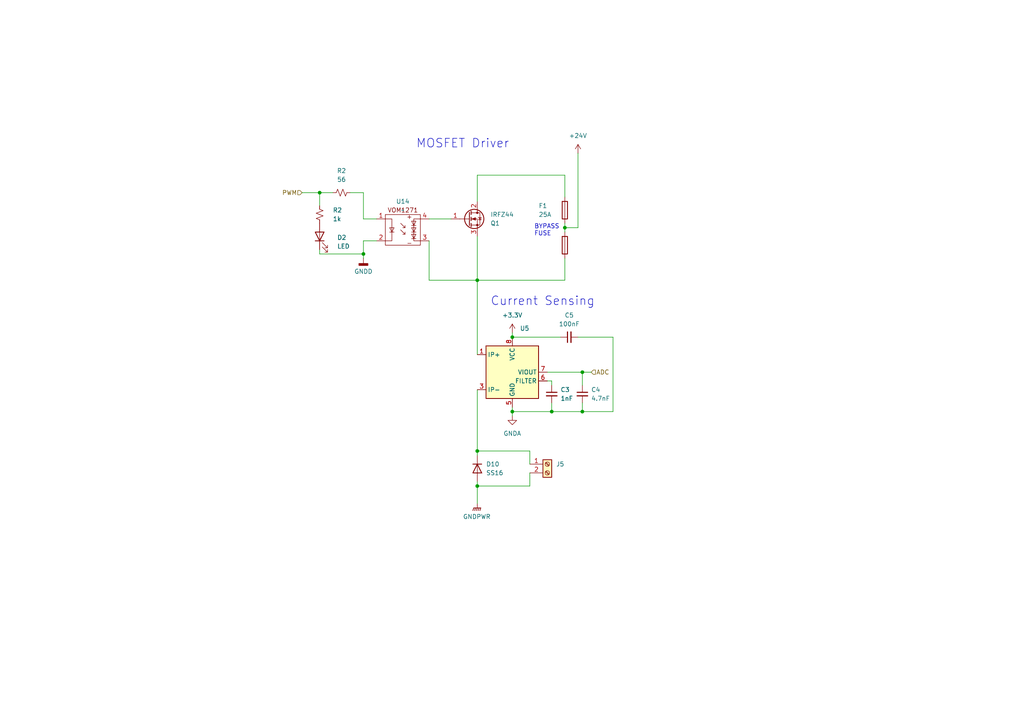
<source format=kicad_sch>
(kicad_sch (version 20230121) (generator eeschema)
  (paper "A4")
  (lib_symbols
    (symbol "Connector:Screw_Terminal_01x02" (pin_names (offset 1.016) hide)
      (property "Reference" "J" (at 0 2.54 0))
      (property "Value" "Screw_Terminal_01x02" (at 0 -5.08 0))
      (symbol "Screw_Terminal_01x02_1_1"
        (rectangle (start -1.27 1.27) (end 1.27 -3.81) (stroke (width 0.254)) (fill (type background)))
        (circle (center 0 -2.54) (radius 0.635) (stroke (width 0.1524)))
        (polyline (pts (xy -0.5334 -2.2098) (xy 0.3302 -3.048)) (stroke (width 0.1524)))
        (polyline (pts (xy -0.5334 0.3302) (xy 0.3302 -0.508)) (stroke (width 0.1524)))
        (polyline (pts (xy -0.3556 -2.032) (xy 0.508 -2.8702)) (stroke (width 0.1524)))
        (polyline (pts (xy -0.3556 0.508) (xy 0.508 -0.3302)) (stroke (width 0.1524)))
        (circle (center 0 0) (radius 0.635) (stroke (width 0.1524)))
        (pin passive line (at -5.08 0 0) (length 3.81) (name "Pin_1") (number "1"))
        (pin passive line (at -5.08 -2.54 0) (length 3.81) (name "Pin_2") (number "2"))
      )
    )
    (symbol "Device:C_Small" (pin_numbers hide) (pin_names (offset 0.254) hide)
      (property "Reference" "C" (at 0.254 1.778 0))
      (property "Value" "C_Small" (at 0.254 -2.032 0))
      (symbol "C_Small_0_1"
        (polyline (pts (xy -1.524 -0.508) (xy 1.524 -0.508)) (stroke (width 0.3302)))
        (polyline (pts (xy -1.524 0.508) (xy 1.524 0.508)) (stroke (width 0.3048)))
      )
      (symbol "C_Small_1_1"
        (pin passive line (at 0 2.54 270) (length 2.032) (name "~") (number "1"))
        (pin passive line (at 0 -2.54 90) (length 2.032) (name "~") (number "2"))
      )
    )
    (symbol "Device:LED" (pin_numbers hide) (pin_names (offset 1.016) hide)
      (property "Reference" "D" (at 0 2.54 0))
      (property "Value" "LED" (at 0 -2.54 0))
      (symbol "LED_0_1"
        (polyline (pts (xy -1.27 -1.27) (xy -1.27 1.27)) (stroke (width 0.254)))
        (polyline (pts (xy -1.27 0) (xy 1.27 0)))
        (polyline (pts (xy 1.27 -1.27) (xy 1.27 1.27) (xy -1.27 0) (xy 1.27 -1.27)) (stroke (width 0.254)))
        (polyline (pts (xy -3.048 -0.762) (xy -4.572 -2.286) (xy -3.81 -2.286) (xy -4.572 -2.286) (xy -4.572 -1.524)))
        (polyline (pts (xy -1.778 -0.762) (xy -3.302 -2.286) (xy -2.54 -2.286) (xy -3.302 -2.286) (xy -3.302 -1.524)))
      )
      (symbol "LED_1_1"
        (pin passive line (at -3.81 0 0) (length 2.54) (name "K") (number "1"))
        (pin passive line (at 3.81 0 180) (length 2.54) (name "A") (number "2"))
      )
    )
    (symbol "Device:R_Small_US" (pin_numbers hide) (pin_names (offset 0.254) hide)
      (property "Reference" "R" (at 0.762 0.508 0))
      (property "Value" "R_Small_US" (at 0.762 -1.016 0))
      (symbol "R_Small_US_1_1"
        (polyline (pts (xy 0 0) (xy 1.016 -0.381) (xy 0 -0.762) (xy -1.016 -1.143) (xy 0 -1.524)))
        (polyline (pts (xy 0 1.524) (xy 1.016 1.143) (xy 0 0.762) (xy -1.016 0.381) (xy 0 0)))
        (pin passive line (at 0 2.54 270) (length 1.016) (name "~") (number "1"))
        (pin passive line (at 0 -2.54 90) (length 1.016) (name "~") (number "2"))
      )
    )
    (symbol "Diode:MRA4004T3G" (pin_numbers hide) (pin_names hide)
      (property "Reference" "D" (at 0 2.54 0))
      (property "Value" "MRA4004T3G" (at 0 -2.54 0))
      (symbol "MRA4004T3G_0_1"
        (polyline (pts (xy -1.27 1.27) (xy -1.27 -1.27)) (stroke (width 0.254)))
        (polyline (pts (xy 1.27 0) (xy -1.27 0)))
        (polyline (pts (xy 1.27 1.27) (xy 1.27 -1.27) (xy -1.27 0) (xy 1.27 1.27)) (stroke (width 0.254)))
      )
      (symbol "MRA4004T3G_1_1"
        (pin passive line (at -3.81 0 0) (length 2.54) (name "K") (number "1"))
        (pin passive line (at 3.81 0 180) (length 2.54) (name "A") (number "2"))
      )
    )
    (symbol "Sensor_Current:ACS725xLCTR-20AU"
      (property "Reference" "U" (at 2.54 11.43 0))
      (property "Value" "ACS725xLCTR-20AU" (at 2.54 8.89 0))
      (symbol "ACS725xLCTR-20AU_0_1"
        (rectangle (start -7.62 7.62) (end 7.62 -7.62) (stroke (width 0.254)) (fill (type background)))
      )
      (symbol "ACS725xLCTR-20AU_1_1"
        (pin passive line (at -10.16 5.08 0) (length 2.54) (name "IP+") (number "1"))
        (pin passive line (at -10.16 5.08 0) (length 2.54) hide (name "IP+") (number "2"))
        (pin passive line (at -10.16 -5.08 0) (length 2.54) (name "IP-") (number "3"))
        (pin passive line (at -10.16 -5.08 0) (length 2.54) hide (name "IP-") (number "4"))
        (pin power_in line (at 0 -10.16 90) (length 2.54) (name "GND") (number "5"))
        (pin passive line (at 10.16 -2.54 180) (length 2.54) (name "FILTER") (number "6"))
        (pin output line (at 10.16 0 180) (length 2.54) (name "VIOUT") (number "7"))
        (pin power_in line (at 0 10.16 270) (length 2.54) (name "VCC") (number "8"))
      )
    )
    (symbol "Transistor_FET:IRLZ44N" (pin_names hide)
      (property "Reference" "Q" (at 6.35 1.905 0))
      (property "Value" "IRLZ44N" (at 6.35 0 0))
      (symbol "IRLZ44N_0_1"
        (polyline (pts (xy 0.254 0) (xy -2.54 0)))
        (polyline (pts (xy 0.254 1.905) (xy 0.254 -1.905)) (stroke (width 0.254)))
        (polyline (pts (xy 0.762 -1.27) (xy 0.762 -2.286)) (stroke (width 0.254)))
        (polyline (pts (xy 0.762 0.508) (xy 0.762 -0.508)) (stroke (width 0.254)))
        (polyline (pts (xy 0.762 2.286) (xy 0.762 1.27)) (stroke (width 0.254)))
        (polyline (pts (xy 2.54 2.54) (xy 2.54 1.778)))
        (polyline (pts (xy 2.54 -2.54) (xy 2.54 0) (xy 0.762 0)))
        (polyline (pts (xy 0.762 -1.778) (xy 3.302 -1.778) (xy 3.302 1.778) (xy 0.762 1.778)))
        (polyline (pts (xy 1.016 0) (xy 2.032 0.381) (xy 2.032 -0.381) (xy 1.016 0)) (fill (type outline)))
        (polyline (pts (xy 2.794 0.508) (xy 2.921 0.381) (xy 3.683 0.381) (xy 3.81 0.254)))
        (polyline (pts (xy 3.302 0.381) (xy 2.921 -0.254) (xy 3.683 -0.254) (xy 3.302 0.381)))
        (circle (center 1.651 0) (radius 2.794) (stroke (width 0.254)))
        (circle (center 2.54 -1.778) (radius 0.254) (fill (type outline)))
        (circle (center 2.54 1.778) (radius 0.254) (fill (type outline)))
      )
      (symbol "IRLZ44N_1_1"
        (pin input line (at -5.08 0 0) (length 2.54) (name "G") (number "1"))
        (pin passive line (at 2.54 5.08 270) (length 2.54) (name "D") (number "2"))
        (pin passive line (at 2.54 -5.08 90) (length 2.54) (name "S") (number "3"))
      )
    )
    (symbol "gnarboard:ATC Fuse Bypass" (pin_numbers hide) (pin_names (offset 0))
      (property "Reference" "F" (at 2.032 5.08 90))
      (property "Value" "ATC Fuse Bypass" (at -1.905 5.08 90))
      (symbol "ATC Fuse Bypass_0_1"
        (rectangle (start -0.762 -7.62) (end 0.762 -2.54) (stroke (width 0.254)))
        (rectangle (start -0.762 2.54) (end 0.762 7.62) (stroke (width 0.254)))
        (polyline (pts (xy 0 -2.54) (xy 0 -7.62)))
        (polyline (pts (xy 0 7.62) (xy 0 2.54)))
      )
      (symbol "ATC Fuse Bypass_1_1"
        (pin passive line (at 0 8.89 270) (length 1.27) (name "~") (number "1"))
        (pin passive line (at 0 -1.27 270) (length 1.27) (name "~") (number "2"))
        (pin passive line (at 0 1.27 90) (length 1.27) (name "~") (number "2"))
        (pin passive line (at 0 -8.89 90) (length 1.27) (name "~") (number "3"))
      )
    )
    (symbol "power:+24V" (power) (pin_names (offset 0))
      (property "Value" "+24V" (at 0 3.556 0))
      (symbol "+24V_0_1"
        (polyline (pts (xy -0.762 1.27) (xy 0 2.54)))
        (polyline (pts (xy 0 0) (xy 0 2.54)))
        (polyline (pts (xy 0 2.54) (xy 0.762 1.27)))
      )
      (symbol "+24V_1_1"
        (pin power_in line (at 0 0 90) (length 0) hide (name "+24V") (number "1"))
      )
    )
    (symbol "power:+3.3V" (power) (pin_names (offset 0))
      (property "Value" "+3.3V" (at 0 3.556 0))
      (symbol "+3.3V_0_1"
        (polyline (pts (xy -0.762 1.27) (xy 0 2.54)))
        (polyline (pts (xy 0 0) (xy 0 2.54)))
        (polyline (pts (xy 0 2.54) (xy 0.762 1.27)))
      )
      (symbol "+3.3V_1_1"
        (pin power_in line (at 0 0 90) (length 0) hide (name "+3.3V") (number "1"))
      )
    )
    (symbol "power:GNDA" (power) (pin_names (offset 0))
      (property "Value" "GNDA" (at 0 -3.81 0))
      (symbol "GNDA_0_1"
        (polyline (pts (xy 0 0) (xy 0 -1.27) (xy 1.27 -1.27) (xy 0 -2.54) (xy -1.27 -1.27) (xy 0 -1.27)))
      )
      (symbol "GNDA_1_1"
        (pin power_in line (at 0 0 270) (length 0) hide (name "GNDA") (number "1"))
      )
    )
    (symbol "power:GNDD" (power) (pin_names (offset 0))
      (property "Value" "GNDD" (at 0 -3.175 0))
      (symbol "GNDD_0_1"
        (rectangle (start -1.27 -1.524) (end 1.27 -2.032) (stroke (width 0.254)) (fill (type outline)))
        (polyline (pts (xy 0 0) (xy 0 -1.524)))
      )
      (symbol "GNDD_1_1"
        (pin power_in line (at 0 0 270) (length 0) hide (name "GNDD") (number "1"))
      )
    )
    (symbol "power:GNDPWR" (power) (pin_names (offset 0))
      (property "Value" "GNDPWR" (at 0 -3.302 0))
      (symbol "GNDPWR_0_1"
        (polyline (pts (xy 0 -1.27) (xy 0 0)))
        (polyline (pts (xy -1.016 -1.27) (xy -1.27 -2.032) (xy -1.27 -2.032)) (stroke (width 0.2032)))
        (polyline (pts (xy -0.508 -1.27) (xy -0.762 -2.032) (xy -0.762 -2.032)) (stroke (width 0.2032)))
        (polyline (pts (xy 0 -1.27) (xy -0.254 -2.032) (xy -0.254 -2.032)) (stroke (width 0.2032)))
        (polyline (pts (xy 0.508 -1.27) (xy 0.254 -2.032) (xy 0.254 -2.032)) (stroke (width 0.2032)))
        (polyline (pts (xy 1.016 -1.27) (xy -1.016 -1.27) (xy -1.016 -1.27)) (stroke (width 0.2032)))
        (polyline (pts (xy 1.016 -1.27) (xy 0.762 -2.032) (xy 0.762 -2.032) (xy 0.762 -2.032)) (stroke (width 0.2032)))
      )
      (symbol "GNDPWR_1_1"
        (pin power_in line (at 0 0 270) (length 0) hide (name "GNDPWR") (number "1"))
      )
    )
    (symbol "yarrboard:VOM1271"
      (property "Reference" "U" (at 0 1.905 0))
      (symbol "VOM1271_0_1"
        (rectangle (start -5.08 -1.27) (end 5.08 -10.16))
        (polyline (pts (xy -3.175 -6.35) (xy -3.81 -6.35) (xy -2.54 -6.35)))
        (polyline (pts (xy 3.175 -8.255) (xy 2.54 -8.255) (xy 3.81 -8.255)))
        (polyline (pts (xy 3.175 -6.35) (xy 2.54 -6.35) (xy 3.81 -6.35)))
        (polyline (pts (xy 3.175 -4.445) (xy 2.54 -4.445) (xy 3.81 -4.445)))
        (polyline (pts (xy -5.08 -2.54) (xy -3.175 -2.54) (xy -3.175 -8.89) (xy -5.08 -8.89)))
        (polyline (pts (xy -3.81 -5.08) (xy -2.54 -5.08) (xy -3.175 -6.35) (xy -3.81 -5.08)))
        (polyline (pts (xy 2.54 -6.985) (xy 3.81 -6.985) (xy 3.175 -8.255) (xy 2.54 -6.985)))
        (polyline (pts (xy 2.54 -5.08) (xy 3.81 -5.08) (xy 3.175 -6.35) (xy 2.54 -5.08)))
        (polyline (pts (xy 2.54 -3.175) (xy 3.81 -3.175) (xy 3.175 -4.445) (xy 2.54 -3.175)))
        (polyline (pts (xy 5.08 -2.54) (xy 3.175 -2.54) (xy 3.175 -8.89) (xy 5.08 -8.89)))
      )
      (symbol "VOM1271_1_1"
        (polyline (pts (xy -0.635 -5.715) (xy 0.635 -6.985)))
        (polyline (pts (xy -0.635 -3.81) (xy 0.635 -5.08)))
        (polyline (pts (xy 0 -6.985) (xy 0.635 -6.985) (xy 0.635 -6.35)))
        (polyline (pts (xy 0 -5.08) (xy 0.635 -5.08) (xy 0.635 -4.445)))
        (text "+" (at 1.905 -1.905 0) (effects (font (size 1.27 1.27))))
        (text "-" (at 1.905 -9.525 0) (effects (font (size 1.27 1.27))))
        (text "VOM1271\n" (at 0 0 0) (effects (font (size 1.27 1.27))))
        (pin input line (at -7.62 -2.54 0) (length 2.54) (name "") (number "1"))
        (pin input line (at -7.62 -8.89 0) (length 2.54) (name "") (number "2"))
        (pin input line (at 7.62 -8.89 180) (length 2.54) (name "") (number "3"))
        (pin input line (at 7.62 -2.54 180) (length 2.54) (name "") (number "4"))
      )
    )
  )
  (junction (at 168.91 119.38))
  (junction (at 138.43 81.28))
  (junction (at 92.71 55.88))
  (junction (at 148.59 119.38))
  (junction (at 160.02 119.38))
  (junction (at 138.43 130.81))
  (junction (at 138.43 140.97))
  (junction (at 148.59 97.79))
  (junction (at 168.91 107.95))
  (junction (at 105.41 73.66))
  (junction (at 163.83 66.04))
  (wire (pts (xy 153.67 140.97) (xy 153.67 137.16)))
  (wire (pts (xy 167.64 97.79) (xy 177.8 97.79)))
  (wire (pts (xy 167.64 44.45) (xy 167.64 66.04)))
  (wire (pts (xy 138.43 50.8) (xy 138.43 58.42)))
  (wire (pts (xy 105.41 55.88) (xy 105.41 63.5)))
  (wire (pts (xy 138.43 140.97) (xy 153.67 140.97)))
  (wire (pts (xy 138.43 81.28) (xy 138.43 102.87)))
  (wire (pts (xy 168.91 107.95) (xy 171.45 107.95)))
  (wire (pts (xy 105.41 74.93) (xy 105.41 73.66)))
  (wire (pts (xy 101.6 55.88) (xy 105.41 55.88)))
  (wire (pts (xy 148.59 119.38) (xy 160.02 119.38)))
  (wire (pts (xy 138.43 68.58) (xy 138.43 81.28)))
  (wire (pts (xy 148.59 97.79) (xy 162.56 97.79)))
  (wire (pts (xy 168.91 107.95) (xy 168.91 111.76)))
  (wire (pts (xy 163.83 50.8) (xy 163.83 57.15)))
  (wire (pts (xy 160.02 119.38) (xy 168.91 119.38)))
  (wire (pts (xy 158.75 107.95) (xy 168.91 107.95)))
  (wire (pts (xy 163.83 74.93) (xy 163.83 81.28)))
  (wire (pts (xy 124.46 63.5) (xy 130.81 63.5)))
  (wire (pts (xy 163.83 64.77) (xy 163.83 66.04)))
  (wire (pts (xy 160.02 110.49) (xy 158.75 110.49)))
  (wire (pts (xy 124.46 81.28) (xy 138.43 81.28)))
  (wire (pts (xy 138.43 113.03) (xy 138.43 130.81)))
  (wire (pts (xy 105.41 69.85) (xy 109.22 69.85)))
  (wire (pts (xy 138.43 139.7) (xy 138.43 140.97)))
  (wire (pts (xy 168.91 116.84) (xy 168.91 119.38)))
  (wire (pts (xy 92.71 73.66) (xy 105.41 73.66)))
  (wire (pts (xy 138.43 50.8) (xy 163.83 50.8)))
  (wire (pts (xy 153.67 130.81) (xy 153.67 134.62)))
  (wire (pts (xy 148.59 96.52) (xy 148.59 97.79)))
  (wire (pts (xy 92.71 55.88) (xy 92.71 59.69)))
  (wire (pts (xy 124.46 69.85) (xy 124.46 81.28)))
  (wire (pts (xy 163.83 66.04) (xy 167.64 66.04)))
  (wire (pts (xy 138.43 130.81) (xy 153.67 130.81)))
  (wire (pts (xy 138.43 140.97) (xy 138.43 146.05)))
  (wire (pts (xy 148.59 119.38) (xy 148.59 120.65)))
  (wire (pts (xy 160.02 110.49) (xy 160.02 111.76)))
  (wire (pts (xy 177.8 119.38) (xy 168.91 119.38)))
  (wire (pts (xy 138.43 81.28) (xy 163.83 81.28)))
  (wire (pts (xy 105.41 73.66) (xy 105.41 69.85)))
  (wire (pts (xy 92.71 73.66) (xy 92.71 72.39)))
  (wire (pts (xy 138.43 132.08) (xy 138.43 130.81)))
  (wire (pts (xy 160.02 119.38) (xy 160.02 116.84)))
  (wire (pts (xy 87.63 55.88) (xy 92.71 55.88)))
  (wire (pts (xy 177.8 97.79) (xy 177.8 119.38)))
  (wire (pts (xy 105.41 63.5) (xy 109.22 63.5)))
  (wire (pts (xy 163.83 66.04) (xy 163.83 67.31)))
  (wire (pts (xy 92.71 55.88) (xy 96.52 55.88)))
  (wire (pts (xy 148.59 119.38) (xy 148.59 118.11)))
  (text "Current Sensing" (at 142.24 88.9 0) (effects (font (size 2.5 2.5)) (justify left bottom)))
  (text "BYPASS\nFUSE" (at 154.94 68.58 0) (effects (font (size 1.27 1.27)) (justify left bottom)))
  (text "MOSFET Driver" (at 120.65 43.18 0) (effects (font (size 2.5 2.5)) (justify left bottom)))
  (hierarchical_label "PWM" (shape input) (at 87.63 55.88 180))
  (hierarchical_label "ADC" (shape input) (at 171.45 107.95 0))
  (symbol (lib_id "Sensor_Current:ACS725xLCTR-20AU") (at 148.59 107.95 0) (unit 1)
    (property "Reference" "U5" (at 150.7841 95.25 0) (effects (justify left)))
    (property "Value" "ACS725xLCTR-20AU" (effects hide))
    (property "Footprint" "yarrboard:ACS7XX" (effects hide))
    (property "Datasheet" "http://www.allegromicro.com/~/media/Files/Datasheets/ACS725-Datasheet.ashx?la=en" (effects hide))
    (property "Mouser" "250-725LLCTR20AUT" (effects hide))
    (instances (project "8ch-mosfet" (path "" (reference "U5") (unit 1)) (path "" (reference "U5") (unit 1)) (path "" (reference "U6") (unit 1)) (path "" (reference "U7") (unit 1)) (path "" (reference "U8") (unit 1)) (path "" (reference "U9") (unit 1)) (path "" (reference "U10") (unit 1)) (path "" (reference "U11") (unit 1)) (path "" (reference "U12") (unit 1)) (path "" (reference "U3") (unit 1))))
  )
  (symbol (lib_id "power:+3.3V") (at 148.59 96.52 0) (unit 1)
    (property "Reference" "#PWR01" (effects hide))
    (property "Value" "+3.3V" (at 148.59 91.44 0))
    (instances (project "8ch-mosfet" (path "" (reference "#PWR01") (unit 1)) (path "" (reference "#PWR012") (unit 1)) (path "" (reference "#PWR020") (unit 1)) (path "" (reference "#PWR025") (unit 1)) (path "" (reference "#PWR030") (unit 1)) (path "" (reference "#PWR035") (unit 1)) (path "" (reference "#PWR040") (unit 1)) (path "" (reference "#PWR045") (unit 1)) (path "" (reference "#PWR050") (unit 1)) (path "" (reference "#PWR068") (unit 1))))
  )
  (symbol (lib_id "Device:R_Small_US") (at 92.71 62.23 180) (unit 1)
    (property "Reference" "R2" (at 96.52 60.96 0) (effects (justify right)))
    (property "Value" "1k" (at 96.52 63.5 0) (effects (justify right)))
    (property "Footprint" "Resistor_SMD:R_0805_2012Metric_Pad1.20x1.40mm_HandSolder" (effects hide))
    (property "LCSC" "C95781" (effects hide))
    (instances (project "8ch-mosfet" (path "" (reference "R2") (unit 1)) (path "" (reference "R1") (unit 1)) (path "" (reference "R5") (unit 1)) (path "" (reference "R9") (unit 1)) (path "" (reference "R13") (unit 1)) (path "" (reference "R17") (unit 1)) (path "" (reference "R21") (unit 1)) (path "" (reference "R25") (unit 1)) (path "" (reference "R29") (unit 1)) (path "" (reference "R47") (unit 1))))
  )
  (symbol (lib_id "Device:C_Small") (at 168.91 114.3 0) (unit 1)
    (property "Reference" "C4" (at 171.45 113.0363 0) (effects (justify left)))
    (property "Value" "4.7nF" (at 171.45 115.5763 0) (effects (justify left)))
    (property "Footprint" "Capacitor_SMD:C_0805_2012Metric_Pad1.18x1.45mm_HandSolder" (effects hide))
    (property "Mouser" "C0805C472K5RAC" (effects hide))
    (property "LCSC" "C107153" (effects hide))
    (instances (project "8ch-mosfet" (path "" (reference "C4") (unit 1)) (path "" (reference "C5") (unit 1)) (path "" (reference "C8") (unit 1)) (path "" (reference "C11") (unit 1)) (path "" (reference "C14") (unit 1)) (path "" (reference "C17") (unit 1)) (path "" (reference "C20") (unit 1)) (path "" (reference "C23") (unit 1)) (path "" (reference "C26") (unit 1)) (path "" (reference "C32") (unit 1))))
  )
  (symbol (lib_id "power:GNDD") (at 105.41 74.93 0) (unit 1)
    (property "Reference" "#PWR014" (effects hide))
    (property "Value" "GNDD" (at 105.41 78.74 0))
    (instances (project "8ch-mosfet" (path "" (reference "#PWR014") (unit 1)) (path "" (reference "#PWR014") (unit 1)) (path "" (reference "#PWR018") (unit 1)) (path "" (reference "#PWR023") (unit 1)) (path "" (reference "#PWR028") (unit 1)) (path "" (reference "#PWR033") (unit 1)) (path "" (reference "#PWR038") (unit 1)) (path "" (reference "#PWR043") (unit 1)) (path "" (reference "#PWR048") (unit 1)) (path "" (reference "#PWR067") (unit 1))))
  )
  (symbol (lib_id "Device:C_Small") (at 165.1 97.79 90) (unit 1)
    (property "Reference" "C5" (at 165.1063 91.44 90))
    (property "Value" "100nF" (at 165.1063 93.98 90))
    (property "Footprint" "Capacitor_SMD:C_0805_2012Metric_Pad1.18x1.45mm_HandSolder" (effects hide))
    (property "Mouser" "08053C104KAT4A" (effects hide))
    (property "LCSC" "C49678" (effects hide))
    (instances (project "8ch-mosfet" (path "" (reference "C5") (unit 1)) (path "" (reference "C4") (unit 1)) (path "" (reference "C7") (unit 1)) (path "" (reference "C10") (unit 1)) (path "" (reference "C13") (unit 1)) (path "" (reference "C16") (unit 1)) (path "" (reference "C19") (unit 1)) (path "" (reference "C22") (unit 1)) (path "" (reference "C25") (unit 1)) (path "" (reference "C27") (unit 1))))
  )
  (symbol (lib_id "Device:LED") (at 92.71 68.58 90) (unit 1)
    (property "Reference" "D2" (at 97.79 68.8975 90) (effects (justify right)))
    (property "Value" "LED" (at 97.79 71.4375 90) (effects (justify right)))
    (property "Footprint" "LED_SMD:LED_0805_2012Metric_Pad1.15x1.40mm_HandSolder" (effects hide))
    (property "Mouser" "150080RS75000" (effects hide))
    (instances (project "8ch-mosfet" (path "" (reference "D2") (unit 1)) (path "" (reference "D2") (unit 1)) (path "" (reference "D3") (unit 1)) (path "" (reference "D4") (unit 1)) (path "" (reference "D5") (unit 1)) (path "" (reference "D6") (unit 1)) (path "" (reference "D7") (unit 1)) (path "" (reference "D8") (unit 1)) (path "" (reference "D9") (unit 1)) (path "" (reference "D41") (unit 1))))
  )
  (symbol (lib_id "Transistor_FET:IRLZ44N") (at 135.89 63.5 0) (unit 1)
    (property "Reference" "Q1" (at 142.24 64.77 0) (effects (justify left)))
    (property "Value" "IRFZ44" (at 142.24 62.23 0) (effects (justify left)))
    (property "Footprint" "Package_TO_SOT_SMD:TO-252-2" (effects hide))
    (property "Datasheet" "http://www.irf.com/product-info/datasheets/data/irlz44n.pdf" (effects hide))
    (property "Mouser" " 942-IRF4905STRLPBF " (effects hide))
    (instances (project "8ch-mosfet" (path "" (reference "Q1") (unit 1)) (path "" (reference "Q2") (unit 1)) (path "" (reference "Q4") (unit 1)) (path "" (reference "Q6") (unit 1)) (path "" (reference "Q8") (unit 1)) (path "" (reference "Q10") (unit 1)) (path "" (reference "Q12") (unit 1)) (path "" (reference "Q14") (unit 1)) (path "" (reference "Q16") (unit 1)) (path "" (reference "Q17") (unit 1))))
  )
  (symbol (lib_id "Device:R_Small_US") (at 99.06 55.88 270) (unit 1)
    (property "Reference" "R2" (at 99.06 49.53 90))
    (property "Value" "56" (at 99.06 52.07 90))
    (property "Footprint" "Resistor_SMD:R_0805_2012Metric_Pad1.20x1.40mm_HandSolder" (effects hide))
    (property "LCSC" "C95781" (effects hide))
    (instances (project "8ch-mosfet" (path "" (reference "R2") (unit 1)) (path "" (reference "R1") (unit 1)) (path "" (reference "R5") (unit 1)) (path "" (reference "R9") (unit 1)) (path "" (reference "R13") (unit 1)) (path "" (reference "R17") (unit 1)) (path "" (reference "R21") (unit 1)) (path "" (reference "R25") (unit 1)) (path "" (reference "R29") (unit 1)) (path "" (reference "R44") (unit 1))))
  )
  (symbol (lib_id "power:GNDA") (at 148.59 120.65 0) (unit 1)
    (property "Reference" "#PWR012" (effects hide))
    (property "Value" "GNDA" (at 148.59 125.73 0))
    (instances (project "8ch-mosfet" (path "" (reference "#PWR012") (unit 1)) (path "" (reference "#PWR013") (unit 1)) (path "" (reference "#PWR021") (unit 1)) (path "" (reference "#PWR026") (unit 1)) (path "" (reference "#PWR031") (unit 1)) (path "" (reference "#PWR036") (unit 1)) (path "" (reference "#PWR041") (unit 1)) (path "" (reference "#PWR046") (unit 1)) (path "" (reference "#PWR051") (unit 1)) (path "" (reference "#PWR069") (unit 1))))
  )
  (symbol (lib_id "Connector:Screw_Terminal_01x02") (at 158.75 134.62 0) (unit 1)
    (property "Reference" "J5" (at 161.29 134.62 0) (effects (justify left)))
    (property "Value" "Screw_Terminal_01x02" (effects hide))
    (property "Footprint" "yarrboard:Molex 1x02 .375" (effects hide))
    (property "Mouser" " 538-38720-7516" (effects hide))
    (property "JCLC" "JL45C-09516B01" (effects hide))
    (instances (project "8ch-mosfet" (path "" (reference "J5") (unit 1)) (path "" (reference "J6") (unit 1)) (path "" (reference "J7") (unit 1)) (path "" (reference "J8") (unit 1)) (path "" (reference "J9") (unit 1)) (path "" (reference "J10") (unit 1)) (path "" (reference "J11") (unit 1)) (path "" (reference "J12") (unit 1)) (path "" (reference "J1") (unit 1))))
  )
  (symbol (lib_id "power:+24V") (at 167.64 44.45 0) (unit 1)
    (property "Reference" "#PWR015" (effects hide))
    (property "Value" "+24V" (at 167.64 39.37 0))
    (instances (project "8ch-mosfet" (path "" (reference "#PWR015") (unit 1)) (path "" (reference "#PWR015") (unit 1)) (path "" (reference "#PWR022") (unit 1)) (path "" (reference "#PWR027") (unit 1)) (path "" (reference "#PWR032") (unit 1)) (path "" (reference "#PWR037") (unit 1)) (path "" (reference "#PWR042") (unit 1)) (path "" (reference "#PWR047") (unit 1)) (path "" (reference "#PWR052") (unit 1)) (path "" (reference "#PWR060") (unit 1))))
  )
  (symbol (lib_id "Diode:MRA4004T3G") (at 138.43 135.89 270) (unit 1)
    (property "Reference" "D10" (at 140.97 134.62 90) (effects (justify left)))
    (property "Value" "SS16" (at 140.97 137.16 90) (effects (justify left)))
    (property "Footprint" "Diode_SMD:D_SMA" (effects hide))
    (property "Sim.Device" "D" (effects hide))
    (property "Sim.Pins" "1=K 2=A" (effects hide))
    (property "Mouser" "625-SS16-E3 " (effects hide))
    (instances (project "8ch-mosfet" (path "" (reference "D10") (unit 1)) (path "" (reference "D11") (unit 1)) (path "" (reference "D12") (unit 1)) (path "" (reference "D13") (unit 1)) (path "" (reference "D14") (unit 1)) (path "" (reference "D15") (unit 1)) (path "" (reference "D16") (unit 1)) (path "" (reference "D17") (unit 1)) (path "" (reference "D42") (unit 1))))
  )
  (symbol (lib_id "power:GNDPWR") (at 138.43 146.05 0) (unit 1)
    (property "Reference" "#PWR013" (effects hide))
    (property "Value" "GNDPWR" (at 138.303 149.86 0))
    (instances (project "8ch-mosfet" (path "" (reference "#PWR013") (unit 1)) (path "" (reference "#PWR01") (unit 1)) (path "" (reference "#PWR019") (unit 1)) (path "" (reference "#PWR024") (unit 1)) (path "" (reference "#PWR029") (unit 1)) (path "" (reference "#PWR034") (unit 1)) (path "" (reference "#PWR039") (unit 1)) (path "" (reference "#PWR044") (unit 1)) (path "" (reference "#PWR049") (unit 1)) (path "" (reference "#PWR071") (unit 1))))
  )
  (symbol (lib_id "Device:C_Small") (at 160.02 114.3 0) (unit 1)
    (property "Reference" "C3" (at 162.56 113.0363 0) (effects (justify left)))
    (property "Value" "1nF" (at 162.56 115.5763 0) (effects (justify left)))
    (property "Footprint" "Capacitor_SMD:C_0805_2012Metric_Pad1.18x1.45mm_HandSolder" (effects hide))
    (property "Mouser" "C0805C102J1HACTU" (effects hide))
    (property "LCSC" "C94121" (effects hide))
    (instances (project "8ch-mosfet" (path "" (reference "C3") (unit 1)) (path "" (reference "C3") (unit 1)) (path "" (reference "C6") (unit 1)) (path "" (reference "C9") (unit 1)) (path "" (reference "C12") (unit 1)) (path "" (reference "C15") (unit 1)) (path "" (reference "C18") (unit 1)) (path "" (reference "C21") (unit 1)) (path "" (reference "C24") (unit 1)) (path "" (reference "C31") (unit 1))))
  )
  (symbol (lib_id "yarrboard:VOM1271") (at 116.84 60.96 0) (unit 1)
    (property "Reference" "U14" (at 116.84 58.42 0))
    (property "Value" "~" (at 116.84 60.96 0))
    (property "Footprint" "Package_SO:SO-4_4.4x4.3mm_P2.54mm" (effects hide))
  )
  (symbol (lib_id "gnarboard:ATC Fuse Bypass") (at 163.83 66.04 0) (unit 1)
    (property "Reference" "F1" (at 156.21 59.69 0) (effects (justify left)))
    (property "Value" "25A" (at 156.21 62.23 0) (effects (justify left)))
    (property "Footprint" "yarrboard:ATC Bypass Fuse" (effects hide))
    (property "Mouser" "534-3522-3 " (effects hide))
    (instances (project "8ch-mosfet" (path "" (reference "F1") (unit 1)) (path "" (reference "F1") (unit 1)) (path "" (reference "F2") (unit 1)) (path "" (reference "F3") (unit 1)) (path "" (reference "F4") (unit 1)) (path "" (reference "F5") (unit 1)) (path "" (reference "F6") (unit 1)) (path "" (reference "F7") (unit 1)) (path "" (reference "F8") (unit 1)) (path "" (reference "F11") (unit 1))))
  )
)
</source>
